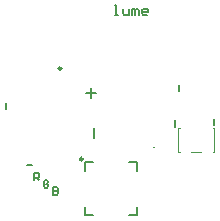
<source format=gto>
G04*
G04 #@! TF.GenerationSoftware,Altium Limited,Altium Designer,18.1.7 (191)*
G04*
G04 Layer_Color=65535*
%FSLAX25Y25*%
%MOIN*%
G70*
G01*
G75*
%ADD10C,0.00500*%
%ADD11C,0.00984*%
%ADD12C,0.01000*%
%ADD13C,0.00300*%
%ADD14C,0.00700*%
D10*
X14266Y-10204D02*
G03*
X14266Y-10204I-200J0D01*
G01*
X21260Y-3543D02*
Y-1181D01*
X34252Y-2756D02*
Y-787D01*
X-8760Y-18012D02*
Y-15256D01*
X-6004D01*
X-8760Y-32776D02*
Y-30020D01*
Y-32776D02*
X-6004D01*
X6004D02*
X8760D01*
Y-30020D01*
Y-18012D02*
Y-15256D01*
X6004D02*
X8760D01*
X22665Y8492D02*
Y10492D01*
X-35012Y2587D02*
Y4587D01*
X-27953Y-16123D02*
X-26353D01*
X-19291Y-23585D02*
Y-25984D01*
X-18092D01*
X-17692Y-25584D01*
Y-25185D01*
X-18092Y-24785D01*
X-19291D01*
X-18092D01*
X-17692Y-24385D01*
Y-23985D01*
X-18092Y-23585D01*
X-19291D01*
X-20842Y-21623D02*
X-21241Y-21223D01*
X-22041D01*
X-22441Y-21623D01*
Y-23222D01*
X-22041Y-23622D01*
X-21241D01*
X-20842Y-23222D01*
Y-22422D01*
X-21641D01*
X-25591Y-21260D02*
Y-18861D01*
X-24391D01*
X-23991Y-19261D01*
Y-20060D01*
X-24391Y-20460D01*
X-25591D01*
X-24791D02*
X-23991Y-21260D01*
X1181Y33858D02*
X2247D01*
X1714D01*
Y37057D01*
X1181D01*
X3847Y35991D02*
Y34391D01*
X4380Y33858D01*
X5979D01*
Y35991D01*
X7046Y33858D02*
Y35991D01*
X7579D01*
X8112Y35458D01*
Y33858D01*
Y35458D01*
X8645Y35991D01*
X9178Y35458D01*
Y33858D01*
X11844D02*
X10778D01*
X10245Y34391D01*
Y35458D01*
X10778Y35991D01*
X11844D01*
X12377Y35458D01*
Y34925D01*
X10245D01*
D11*
X-9350Y-14173D02*
G03*
X-9350Y-14173I-492J0D01*
G01*
D12*
X-16606Y16000D02*
G03*
X-16606Y16000I-394J0D01*
G01*
D13*
X26772Y-11811D02*
X29921D01*
X22441D02*
X22835D01*
X22441D02*
Y-3937D01*
X33858D02*
X34252D01*
Y-11811D02*
Y-3937D01*
X33858Y-11811D02*
X34252D01*
X22441Y-3937D02*
X22835D01*
D14*
X-5549Y-7087D02*
Y-3888D01*
X-8268Y7911D02*
X-5069D01*
X-6668Y9510D02*
Y6312D01*
M02*

</source>
